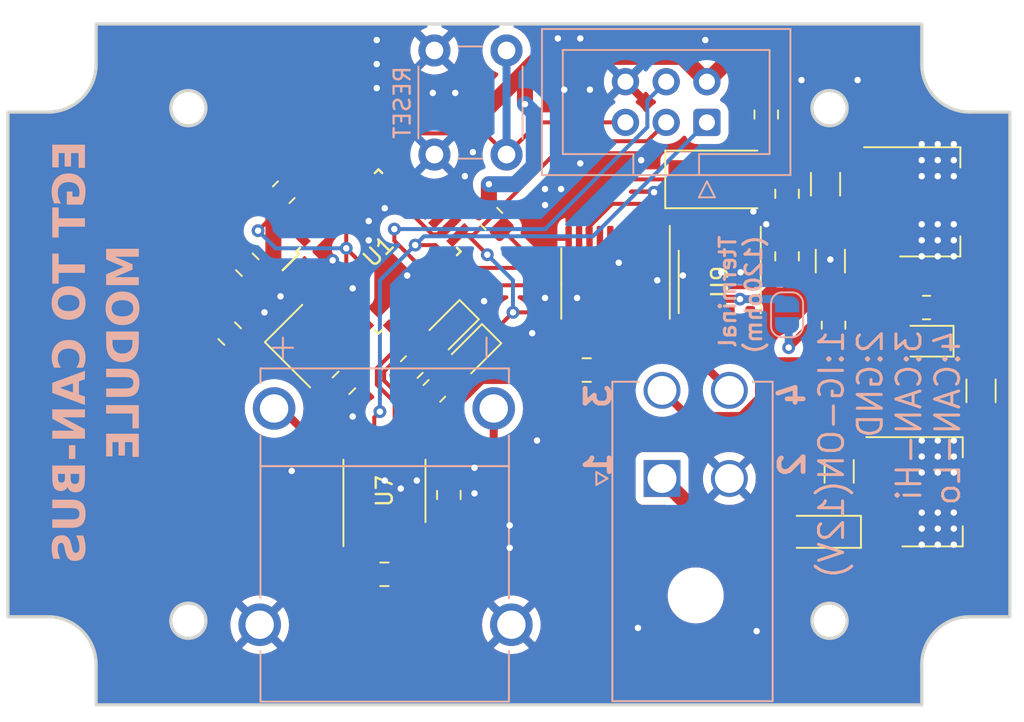
<source format=kicad_pcb>
(kicad_pcb (version 20221018) (generator pcbnew)
  (layers (0 "F.Cu" signal) (31 "B.Cu" signal) (34 "B.Paste" user) (35 "F.Paste" user) (36 "B.SilkS" user "B.Silkscreen") (37 "F.SilkS" user "F.Silkscreen") (38 "B.Mask" user) (39 "F.Mask" user) (44 "Edge.Cuts" user))
  (net 0 "")
  (net 1 "+5V")
  (net 2 "GND")
  (net 3 "+3.3V")
  (net 4 "Net-(J3-NEG)")
  (net 5 "Net-(J3-POS)")
  (net 6 "Net-(U2-OSC2)")
  (net 7 "Net-(U2-OSC1)")
  (net 8 "Net-(U1-XTAL1{slash}PB6)")
  (net 9 "Net-(U1-XTAL2{slash}PB7)")
  (net 10 "Net-(D1-A)")
  (net 11 "SCK")
  (net 12 "Net-(D2-A)")
  (net 13 "CS2")
  (net 14 "Net-(D4-A)")
  (net 15 "VCC")
  (net 16 "MISO")
  (net 17 "MOSI")
  (net 18 "RST")
  (net 19 "CANH")
  (net 20 "CANL")
  (net 21 "Net-(JP1-B)")
  (net 22 "Net-(U2-~{RESET})")
  (net 29 "CS1")
  (net 42 "Net-(U2-TXCAN)")
  (net 43 "Net-(U2-RXCAN)")
  (net 54 "Net-(D3-K)")
  (footprint "Diode_SMD:D_SOD-123" (layer "F.Cu") (at 191.35 83.2 180)
    (fp_text reference "D3" hide)
    (fp_text value "D_Schottky")
  )
  (footprint "Package_SO:TSSOP-20_4.4x6.5mm_P0.65mm" (layer "F.Cu") (at 178.4 67.7 -90)
    (fp_text reference "U2" hide)
    (fp_text value "MCP2515-I")
  )
  (footprint "Diode_SMD:D_SOD-323" (layer "F.Cu") (at 169.53137 71.968629 -135)
    (fp_text reference "D2" hide)
    (fp_text value "1N4148WS")
  )
  (footprint "Capacitor_SMD:C_1206_3216Metric" (layer "F.Cu") (at 192.35 79.425 90)
    (fp_text reference "C6" hide)
    (fp_text value "10uF")
  )
  (footprint "Package_TO_SOT_SMD:SOT-223-3_TabPin2" (layer "F.Cu") (at 198 62.6)
    (fp_text reference "U3" hide)
    (fp_text value "AMS1117-5.0")
  )
  (footprint "Capacitor_SMD:C_0805_2012Metric" (layer "F.Cu") (at 187.8 57.15 90)
    (fp_text reference "C10" hide)
    (fp_text value "22pF")
  )
  (footprint "Capacitor_SMD:C_0805_2012Metric" (layer "F.Cu") (at 163.983236 85.85)
    (fp_text reference "C8" hide)
    (fp_text value "0.1uF")
  )
  (footprint "Package_SO:SOIC-8_3.9x4.9mm_P1.27mm" (layer "F.Cu") (at 184.9 67.6 -90)
    (fp_text reference "U9")
    (fp_text value "TJA1044T")
  )
  (footprint "Diode_SMD:D_SOD-323" (layer "F.Cu") (at 168.13137 70.468629 -135)
    (fp_text reference "D4" hide)
    (fp_text value "1N4148WS")
  )
  (footprint "Resistor_SMD:R_0805_2012Metric" (layer "F.Cu") (at 192 70.3 90)
    (fp_text reference "R1" hide)
    (fp_text value "120")
  )
  (footprint "Capacitor_SMD:C_0805_2012Metric" (layer "F.Cu") (at 189.1 62.1 -90)
    (fp_text reference "C9" hide)
    (fp_text value "22pF")
  )
  (footprint "Resistor_SMD:R_0805_2012Metric" (layer "F.Cu") (at 165.686135 72.913864 45)
    (fp_text reference "R6" hide)
    (fp_text value "10k")
  )
  (footprint "Capacitor_SMD:C_0805_2012Metric" (layer "F.Cu") (at 155.428249 66.528249 135)
    (fp_text reference "C11" hide)
    (fp_text value "0.1uF")
  )
  (footprint "Resistor_SMD:R_0805_2012Metric" (layer "F.Cu") (at 197.8 69.2 180)
    (fp_text reference "R4" hide)
    (fp_text value "1k")
  )
  (footprint "Capacitor_SMD:C_1206_3216Metric" (layer "F.Cu") (at 191.5 61.5 90)
    (fp_text reference "C5" hide)
    (fp_text value "10uF")
  )
  (footprint "Capacitor_SMD:C_0805_2012Metric" (layer "F.Cu") (at 161.456498 73.9 -135)
    (fp_text reference "C13" hide)
    (fp_text value "22pF")
  )
  (footprint "Capacitor_SMD:C_1206_3216Metric" (layer "F.Cu") (at 201.2 74.4 90)
    (fp_text reference "C7" hide)
    (fp_text value "10uF")
  )
  (footprint "Package_SO:SOIC-8_3.9x4.9mm_P1.27mm" (layer "F.Cu") (at 163.983236 80.65 90)
    (fp_text reference "U7")
    (fp_text value "MAX31855KASA")
  )
  (footprint "Capacitor_SMD:C_1206_3216Metric" (layer "F.Cu") (at 191.8 66.3 -90)
    (fp_text reference "C4" hide)
    (fp_text value "10uF")
  )
  (footprint "Crystal:Crystal_SMD_5032-2Pin_5.0x3.2mm" (layer "F.Cu") (at 184.55 61.2)
    (fp_text reference "Y2" hide)
    (fp_text value "8MHz")
  )
  (footprint "Package_TO_SOT_SMD:SOT-223-3_TabPin2" (layer "F.Cu") (at 198.15 80.7)
    (fp_text reference "U5" hide)
    (fp_text value "AMS1117-3.3")
  )
  (footprint "Resistor_SMD:R_0805_2012Metric" (layer "F.Cu") (at 167.1 74.4 45)
    (fp_text reference "R2" hide)
    (fp_text value "10k")
  )
  (footprint "Resistor_SMD:R_0805_2012Metric" (layer "F.Cu") (at 157.7 62 45)
    (fp_text reference "R5" hide)
    (fp_text value "1k")
  )
  (footprint "Crystal:Crystal_SMD_3225-4Pin_3.2x2.5mm" (layer "F.Cu") (at 159.105026 71.607107 -45)
    (fp_text reference "Y3" hide)
    (fp_text value "16MHz")
  )
  (footprint "Package_QFP:TQFP-32_7x7mm_P0.8mm" (layer "F.Cu") (at 163.611953 65.7 45)
    (fp_text reference "U1")
    (fp_text value "ATmega328P-A")
  )
  (footprint "Capacitor_SMD:C_0805_2012Metric" (layer "F.Cu") (at 154.328249 70.828249 135)
    (fp_text reference "C12" hide)
    (fp_text value "22pF")
  )
  (footprint "Capacitor_SMD:C_0805_2012Metric" (layer "F.Cu") (at 168 80.9 -90)
    (fp_text reference "C3" hide)
    (fp_text value "0.1uF")
  )
  (footprint "Resistor_SMD:R_0805_2012Metric" (layer "F.Cu") (at 170.654765 63.654765 -45)
    (fp_text reference "R3" hide)
    (fp_text value "10k")
  )
  (footprint "Capacitor_SMD:C_0805_2012Metric" (layer "F.Cu") (at 189.1 66 -90)
    (fp_text reference "C2" hide)
    (fp_text value "0.1uF")
  )
  (footprint "Capacitor_SMD:C_0805_2012Metric" (layer "F.Cu") (at 176.6 73.1 180)
    (fp_text reference "C1" hide)
    (fp_text value "0.1uF")
  )
  (footprint "LED_SMD:LED_0805_2012Metric" (layer "F.Cu") (at 197.8 71.3 180)
    (fp_text reference "D1" hide)
    (fp_text value "LED")
  )
  (footprint "Yuya's_lib:MOLEX_39-30-1040" (layer "B.Cu") (at 181.3 79.87 180)
    (fp_text reference "J2" hide)
    (fp_text value "39-30-1040")
  )
  (footprint "Yuya's_lib:OMEGA_PCC-SMP-K-5" (layer "B.Cu") (at 164 83.4 -90)
    (fp_text reference "J3" hide)
    (fp_text value "PCC-SMP-K-5")
  )
  (footprint "Button_Switch_THT:SW_PUSH_6mm" (layer "B.Cu") (at 167.1 53.15 -90)
    (fp_text reference "RESET")
    (fp_text value "SW_Push")
  )
  (footprint "Connector_IDC:IDC-Header_2x03_P2.54mm_Vertical" (layer "B.Cu") (at 184.1 57.64 90)
    (fp_text reference "J1" hide)
    (fp_text value "AVR-ISP-6")
  )
  (footprint "Jumper:SolderJumper-2_P1.3mm_Open_RoundedPad1.0x1.5mm" (layer "B.Cu") (at 189.1 69.65 -90)
    (fp_text reference "JP1" hide)
    (fp_text value "SolderJumper")
  )
  (gr_line (start 200.500001 88.5) (end 203 88.5) (stroke (width 0.2)) (layer "Edge.Cuts"))
  (gr_line (start 197.5 53.999999) (end 197.5 51.5) (stroke (width 0.2)) (layer "Edge.Cuts"))
  (gr_line (start 140.5 57) (end 140.5 88.5) (stroke (width 0.2)) (layer "Edge.Cuts"))
  (gr_line (start 197.500001 94) (end 197.500001 91.5) (stroke (width 0.2)) (layer "Edge.Cuts"))
  (gr_arc (start 197.500001 91.5) (mid 198.378681 89.37868) (end 200.500001 88.5) (stroke (width 0.2)) (layer "Edge.Cuts"))
  (gr_circle (center 191.75 88.75) (end 192.85 88.75) (stroke (width 0.2)) (fill none) (layer "Edge.Cuts"))
  (gr_arc (start 200.5 56.999999) (mid 198.37868 56.121319) (end 197.5 53.999999) (stroke (width 0.2)) (layer "Edge.Cuts"))
  (gr_line (start 146 91.5) (end 146 94) (stroke (width 0.2)) (layer "Edge.Cuts"))
  (gr_line (start 203 88.5) (end 203 56.999999) (stroke (width 0.2)) (layer "Edge.Cuts"))
  (gr_line (start 146 51.5) (end 146 54) (stroke (width 0.2)) (layer "Edge.Cuts"))
  (gr_arc (start 143 88.5) (mid 145.12132 89.37868) (end 146 91.5) (stroke (width 0.2)) (layer "Edge.Cuts"))
  (gr_line (start 143 57) (end 140.5 57) (stroke (width 0.2)) (layer "Edge.Cuts"))
  (gr_line (start 203 56.999999) (end 200.5 56.999999) (stroke (width 0.2)) (layer "Edge.Cuts"))
  (gr_circle (center 151.75 88.75) (end 152.85 88.75) (stroke (width 0.2)) (fill none) (layer "Edge.Cuts"))
  (gr_line (start 197.5 51.5) (end 146 51.5) (stroke (width 0.2)) (layer "Edge.Cuts"))
  (gr_circle (center 191.75 56.75) (end 192.85 56.75) (stroke (width 0.2)) (fill none) (layer "Edge.Cuts"))
  (gr_circle (center 151.75 56.75) (end 152.85 56.75) (stroke (width 0.2)) (fill none) (layer "Edge.Cuts"))
  (gr_line (start 140.5 88.5) (end 143 88.5) (stroke (width 0.2)) (layer "Edge.Cuts"))
  (gr_line (start 146 94) (end 197.500001 94) (stroke (width 0.2)) (layer "Edge.Cuts"))
  (gr_arc (start 146 54) (mid 145.12132 56.12132) (end 143 57) (stroke (width 0.2)) (layer "Edge.Cuts"))
  (gr_text "Tterminal\n(120ohm)" (at 187.6 64.6 90) (layer "B.SilkS") (effects (font (size 1 1) (thickness 0.1875)) (justify left bottom mirror)))
  (gr_text "EGT TO CAN-BUS\nMODULE" (at 149 72 90) (layer "B.SilkS") (effects (font (size 2 2) (thickness 0.3) bold) (justify bottom mirror)))
  (gr_text "1" (at 178.2 78.1 90) (layer "B.SilkS") (effects (font (size 1.5 1.5) (thickness 0.3) bold) (justify left bottom mirror)))
  (gr_text "3" (at 178.2 73.83 90) (layer "B.SilkS") (effects (font (size 1.5 1.5) (thickness 0.3) bold) (justify left bottom mirror)))
  (gr_text "1:IG-ON(12V)\n2:GND\n3:CAN-Hi\n4:CAN-Lo" (at 200 70.5 90) (layer "B.SilkS") (effects (font (size 1.5 1.5) (thickness 0.1875)) (justify left bottom mirror)))
  (gr_text "2" (at 190.3 78.1 90) (layer "B.SilkS") (effects (font (size 1.5 1.5) (thickness 0.3) bold) (justify left bottom mirror)))
  (gr_text "4" (at 190.3 73.7 90) (layer "B.SilkS") (effects (font (size 1.5 1.5) (thickness 0.3) bold) (justify left bottom mirror)))
  (segment (start 160.323906 68.422361) (end 161.6 67.146267) (width 0.25) (layer "F.Cu") (net 1))
  (segment (start 161.6 65.5) (end 161.6 65.85) (width 0.25) (layer "F.Cu") (net 1))
  (segment (start 184.1 55.1) (end 182.55 53.55) (width 1) (layer "F.Cu") (net 1))
  (segment (start 201.15 62.6) (end 201.15 66.7625) (width 1) (layer "F.Cu") (net 1))
  (segment (start 162.725 68.525) (end 161.696268 69.553732) (width 0.25) (layer "F.Cu") (net 1))
  (segment (start 195.5 58.3) (end 196.3 57.5) (width 1) (layer "F.Cu") (net 1))
  (segment (start 160.220101 57.5) (end 156.7 61.020101) (width 1) (layer "F.Cu") (net 1))
  (segment (start 170.5 61.5) (end 170.5 62.51906) (width 1) (layer "F.Cu") (net 1))
  (segment (start 182.55 53.55) (end 173.65 53.55) (width 1) (layer "F.Cu") (net 1))
  (segment (start 168.03137 64.10901) (end 169.13085 63.00953) (width 0.25) (layer "F.Cu") (net 1))
  (segment (start 193.7 58.3) (end 195.5 58.3) (width 1) (layer "F.Cu") (net 1))
  (segment (start 169.7 57.5) (end 160.220101 57.5) (width 1) (layer "F.Cu") (net 1))
  (segment (start 167.511916 64.628464) (end 166.959833 64.628464) (width 0.25) (layer "F.Cu") (net 1))
  (segment (start 156.7 62.29047) (end 157.054765 62.645235) (width 1) (layer "F.Cu") (net 1))
  (segment (start 186.89693 67.928375) (end 183.128375 67.928375) (width 0.25) (layer "F.Cu") (net 1))
  (segment (start 181.325 70.5625) (end 181.325 69.731751) (width 0.25) (layer "F.Cu") (net 1))
  (segment (start 183.028376 68.028376) (end 184.265 66.791751) (width 0.25) (layer "F.Cu") (net 1))
  (segment (start 187.725 66.425) (end 187.725 67.100305) (width 0.25) (layer "F.Cu") (net 1))
  (segment (start 179.476041 73.1) (end 181.325 71.251041) (width 0.25) (layer "F.Cu") (net 1))
  (segment (start 161.696268 69.553732) (end 161.455277 69.553732) (width 0.25) (layer "F.Cu") (net 1))
  (segment (start 186 53.2) (end 184.1 55.1) (width 1) (layer "F.Cu") (net 1))
  (segment (start 161.6 65.5) (end 162.725 66.625) (width 0.25) (layer "F.Cu") (net 1))
  (segment (start 189.168503 65.05) (end 189.1 65.05) (width 1) (layer "F.Cu") (net 1))
  (segment (start 194.85 62.6) (end 201.15 62.6) (width 1) (layer "F.Cu") (net 1))
  (segment (start 187.725 67.100305) (end 186.89693 67.928375) (width 0.25) (layer "F.Cu") (net 1))
  (segment (start 191.5 62.975) (end 193.15 61.325) (width 1) (layer "F.Cu") (net 1))
  (segment (start 161.6 65.5) (end 161.6 63.7) (width 0.25) (layer "F.Cu") (net 1))
  (segment (start 161.6 63.7) (end 163.513565 61.786435) (width 0.25) (layer "F.Cu") (net 1))
  (segment (start 157.054765 66.245235) (end 157.054765 62.645235) (width 1) (layer "F.Cu") (net 1))
  (segment (start 196.3 57.5) (end 196.3 54.1) (width 1) (layer "F.Cu") (net 1))
  (segment (start 193.15 61.325) (end 193.15 58.85) (width 1) (layer "F.Cu") (net 1))
  (segment (start 194.85 62.6) (end 195.7 62.6) (width 1) (layer "F.Cu") (net 1))
  (segment (start 173.65 53.55) (end 172.75 54.45) (width 1) (layer "F.Cu") (net 1))
  (segment (start 181.325 71.251041) (end 181.325 70.5625) (width 0.25) (layer "F.Cu") (net 1))
  (segment (start 196.3 54.1) (end 195.4 53.2) (width 1) (layer "F.Cu") (net 1))
  (segment (start 177.55 73.1) (end 179.476041 73.1) (width 0.25) (layer "F.Cu") (net 1))
  (segment (start 194.475 62.975) (end 194.85 62.6) (width 1) (layer "F.Cu") (net 1))
  (segment (start 193.15 58.85) (end 193.7 58.3) (width 1) (layer "F.Cu") (net 1))
  (segment (start 201.15 66.7625) (end 198.7125 69.2) (width 1) (layer "F.Cu") (net 1))
  (segment (start 173.65 53.55) (end 169.7 57.5) (width 1) (layer "F.Cu") (net 1))
  (segment (start 170.5 62.51906) (end 170.00953 63.00953) (width 1) (layer "F.Cu") (net 1))
  (segment (start 172.75 54.45) (end 172.75 56.5) (width 1) (layer "F.Cu") (net 1))
  (segment (start 189.1 65.05) (end 187.725 66.425) (width 0.25) (layer "F.Cu") (net 1))
  (segment (start 166.959833 64.628464) (end 164.117803 61.786435) (width 0.25) (layer "F.Cu") (net 1))
  (segment (start 156.1 67.2) (end 157.054765 66.245235) (width 1) (layer "F.Cu") (net 1))
  (segment (start 161.6 67.146267) (end 161.6 65.5) (width 0.25) (layer "F.Cu") (net 1))
  (segment (start 195.4 53.2) (end 186 53.2) (width 1) (layer "F.Cu") (net 1))
  (segment (start 164.117803 61.786435) (end 163.513565 61.786435) (width 0.25) (layer "F.Cu") (net 1))
  (segment (start 157.054765 63.445235) (end 156.1 64.4) (width 0.25) (layer "F.Cu") (net 1))
  (segment (start 162.725 66.625) (end 162.725 68.525) (width 0.25) (layer "F.Cu") (net 1))
  (segment (start 169.13085 63.00953) (end 170.00953 63.00953) (width 0.25) (layer "F.Cu") (net 1))
  (segment (start 183.128375 67.928375) (end 183.028376 68.028376) (width 0.25) (layer "F.Cu") (net 1))
  (segment (start 181.325 69.731751) (end 183.028376 68.028376) (width 0.25) (layer "F.Cu") (net 1))
  (segment (start 156.7 61.020101) (end 156.7 62.29047) (width 1) (layer "F.Cu") (net 1))
  (segment (start 168.03137 64.10901) (end 167.511916 64.628464) (width 0.25) (layer "F.Cu") (net 1))
  (segment (start 191.243503 62.975) (end 189.168503 65.05) (width 1) (layer "F.Cu") (net 1))
  (segment (start 184.265 66.791751) (end 184.265 65.125) (width 0.25) (layer "F.Cu") (net 1))
  (segment (start 191.5 62.975) (end 191.243503 62.975) (width 1) (layer "F.Cu") (net 1))
  (segment (start 157.054765 62.645235) (end 157.054765 63.445235) (width 0.25) (layer "F.Cu") (net 1))
  (segment (start 191.5 62.975) (end 194.475 62.975) (width 1) (layer "F.Cu") (net 1))
  (via (at 156.1 64.4) (size 0.8) (drill 0.4) (layers "F.Cu" "B.Cu") (net 1))
  (via (at 161.6 65.5) (size 0.8) (drill 0.4) (layers "F.Cu" "B.Cu") (net 1))
  (via (at 170.5 61.5) (size 0.8) (drill 0.4) (layers "F.Cu" "B.Cu") (net 1))
  (via (at 172.75 56.5) (size 0.8) (drill 0.4) (layers "F.Cu" "B.Cu") (net 1))
  (segment (start 173.3 57.05) (end 173.3 60.354164) (width 1) (layer "B.Cu") (net 1))
  (segment (start 157.2 65.5) (end 156.1 64.4) (width 0.25) (layer "B.Cu") (net 1))
  (segment (start 172.154164 61.5) (end 170.5 61.5) (width 1) (layer "B.Cu") (net 1))
  (segment (start 173.3 60.354164) (end 172.154164 61.5) (width 1) (layer "B.Cu") (net 1))
  (segment (start 161.6 65.5) (end 157.2 65.5) (width 0.25) (layer "B.Cu") (net 1))
  (segment (start 172.75 56.5) (end 173.3 57.05) (width 1) (layer "B.Cu") (net 1))
  (segment (start 167.246267 61.5) (end 166.334314 62.411953) (width 0.5) (layer "F.Cu") (net 2))
  (segment (start 159.113767 68.50113) (end 157.50113 68.50113) (width 0.5) (layer "F.Cu") (net 2))
  (segment (start 169 61) (end 168.5 61.5) (width 0.5) (layer "F.Cu") (net 2))
  (segment (start 159.758221 67.856676) (end 159.113767 68.50113) (width 0.5) (layer "F.Cu") (net 2))
  (segment (start 157.50113 68.50113) (end 157.5 68.5) (width 0.5) (layer "F.Cu") (net 2))
  (segment (start 160.889592 68.988047) (end 159.64939 70.228249) (width 0.5) (layer "F.Cu") (net 2))
  (segment (start 159.64939 70.228249) (end 158.928249 70.228249) (width 0.5) (layer "F.Cu") (net 2))
  (segment (start 158.928249 70.228249) (end 158.928249 69.928249) (width 0.5) (layer "F.Cu") (net 2))
  (segment (start 158.928249 69.928249) (end 157.5 68.5) (width 0.5) (layer "F.Cu") (net 2))
  (segment (start 168.5 61.5) (end 167.246267 61.5) (width 0.5) (layer "F.Cu") (net 2))
  (via (at 174.8 52.4) (size 0.8) (drill 0.4) (layers "F.Cu" "B.Cu") (net 2))
  (via (at 176.2 52.4) (size 0.8) (drill 0.4) (layers "F.Cu" "B.Cu") (net 2))
  (via (at 178.6 66.4) (size 0.8) (drill 0.4) (layers "F.Cu" "B.Cu") (net 2))
  (via (at 171.8 82.8) (size 0.8) (drill 0.4) (layers "F.Cu" "B.Cu") (net 2))
  (via (at 169.5 59.5) (size 0.8) (drill 0.4) (layers "F.Cu" "B.Cu") (net 2))
  (via (at 187.2 89.4) (size 0.8) (drill 0.4) (layers "F.Cu" "B.Cu") (net 2))
  (via (at 198.5 59) (size 0.8) (drill 0.4) (layers "F.Cu" "B.Cu") (net 2))
  (via (at 180.8 62) (size 0.8) (drill 0.4) (layers "F.Cu" "B.Cu") (net 2))
  (via (at 198.5 77.5) (size 0.8) (drill 0.4) (layers "F.Cu" "B.Cu") (net 2))
  (via (at 199.5 83) (size 0.8) (drill 0.4) (layers "F.Cu" "B.Cu") (net 2))
  (via (at 199.5 61) (size 0.8) (drill 0.4) (layers "F.Cu" "B.Cu") (net 2))
  (via (at 198.5 64) (size 0.8) (drill 0.4) (layers "F.Cu" "B.Cu") (net 2))
  (via (at 176.8 55.6) (size 0.8) (drill 0.4) (layers "F.Cu" "B.Cu") (net 2))
  (via (at 198.5 82) (size 0.8) (drill 0.4) (layers "F.Cu" "B.Cu") (net 2))
  (via (at 199.5 60) (size 0.8) (drill 0.4) (layers "F.Cu" "B.Cu") (net 2))
  (via (at 198.5 79.5) (size 0.8) (drill 0.4) (layers "F.Cu" "B.Cu") (net 2))
  (via (at 169.6 80.8) (size 0.8) (drill 0.4) (layers "F.Cu" "B.Cu") (net 2))
  (via (at 182.6 67.2) (size 0.8) (drill 0.4) (layers "F.Cu" "B.Cu") (net 2))
  (via (at 169.6 79.2) (size 0.8) (drill 0.4) (layers "F.Cu" "B.Cu") (net 2))
  (via (at 162 76) (size 0.8) (drill 0.4) (layers "F.Cu" "B.Cu") (net 2))
  (via (at 197.5 78.5) (size 0.8) (drill 0.4) (layers "F.Cu" "B.Cu") (net 2))
  (via (at 163 65) (size 0.8) (drill 0.4) (layers "F.Cu" "B.Cu") (net 2))
  (via (at 199.5 66) (size 0.8) (drill 0.4) (layers "F.Cu" "B.Cu") (net 2))
  (via (at 197.5 61) (size 0.8) (drill 0.4) (layers "F.Cu" "B.Cu") (net 2))
  (via (at 181 67.5) (size 0.8) (drill 0.4) (layers "F.Cu" "B.Cu") (net 2))
  (via (at 175.2 55.6) (size 0.8) (drill 0.4) (layers "F.Cu" "B.Cu") (net 2))
  (via (at 163 63.8) (size 0.8) (drill 0.4) (layers "F.Cu" "B.Cu") (net 2))
  (via (at 199.5 64) (size 0.8) (drill 0.4) (layers "F.Cu" "B.Cu") (net 2))
  (via (at 168.4 55.8) (size 0.8) (drill 0.4) (layers "F.Cu" "B.Cu") (net 2))
  (via (at 170.2 68.8) (size 0.8) (drill 0.4) (layers "F.Cu" "B.Cu") (net 2))
  (via (at 164 80) (size 0.8) (drill 0.4) (layers "F.Cu" "B.Cu") (net 2))
  (via (at 198.5 66) (size 0.8) (drill 0.4) (layers "F.Cu" "B.Cu") (net 2))
  (via (at 157.5 68.5) (size 0.8) (drill 0.4) (layers "F.Cu" "B.Cu") (net 2))
  (via (at 187.8 64) (size 0.8) (drill 0.4) (layers "F.Cu" "B.Cu") (net 2))
  (via (at 191.8 66.2) (size 0.8) (drill 0.4) (layers "F.Cu" "B.Cu") (net 2))
  (via (at 162 68) (size 0.8) (drill 0.4) (layers "F.Cu" "B.Cu") (net 2))
  (via (at 198.5 84) (size 0.8) (drill 0.4) (layers "F.Cu" "B.Cu") (net 2))
  (via (at 199.5 79.5) (size 0.8) (drill 0.4) (layers "F.Cu" "B.Cu") (net 2))
  (via (at 186.2 67) (size 0.8) (drill 0.4) (layers "F.Cu" "B.Cu") (net 2))
  (via (at 197.5 79.5) (size 0.8) (drill 0.4) (layers "F.Cu" "B.Cu") (net 2))
  (via (at 163.5 55.5) (size 0.8) (drill 0.4) (layers "F.Cu" "B.Cu") (net 2))
  (via (at 197.5 65) (size 0.8) (drill 0.4) (layers "F.Cu" "B.Cu") (net 2))
  (via (at 156.5 69.5) (size 0.8) (drill 0.4) (layers "F.Cu" "B.Cu") (net 2))
  (via (at 165 80.5) (size 0.8) (drill 0.4) (layers "F.Cu" "B.Cu") (net 2))
  (via (at 198.5 60) (size 0.8) (drill 0.4) (layers "F.Cu" "B.Cu") (net 2))
  (via (at 198.5 83) (size 0.8) (drill 0.4) (layers "F.Cu" "B.Cu") (net 2))
  (via (at 158.2 79.4) (size 0.8) (drill 0.4) (layers "F.Cu" "B.Cu") (net 2))
  (via (at 163.5 54) (size 0.8) (drill 0.4) (layers "F.Cu" "B.Cu") (net 2))
  (via (at 197.5 82) (size 0.8) (drill 0.4) (layers "F.Cu" "B.Cu") (net 2))
  (via (at 198.5 61) (size 0.8) (drill 0.4) (layers "F.Cu" "B.Cu") (net 2))
  (via (at 166 80) (size 0.8) (drill 0.4) (layers "F.Cu" "B.Cu") (net 2))
  (via (at 197.5 64) (size 0.8) (drill 0.4) (layers "F.Cu" "B.Cu") (net 2))
  (via (at 173.5 77.5) (size 0.8) (drill 0.4) (layers "F.Cu" "B.Cu") (net 2))
  (via (at 187 63.2) (size 0.8) (drill 0.4) (layers "F.Cu" "B.Cu") (net 2))
  (via (at 179.8 89.2) (size 0.8) (drill 0.4) (layers "F.Cu" "B.Cu") (net 2))
  (via (at 197.5 60) (size 0.8) (drill 0.4) (layers "F.Cu" "B.Cu") (net 2))
  (via (at 176.2 60.2) (size 0.8) (drill 0.4) (layers "F.Cu" "B.Cu") (net 2))
  (via (at 171.8 84.2) (size 0.8) (drill 0.4) (layers "F.Cu" "B.Cu") (net 2))
  (via (at 174 61.8) (size 0.8) (drill 0.4) (layers "F.Cu" "B.Cu") (net 2))
  (via (at 199.5 77.5) (size 0.8) (drill 0.4) (layers "F.Cu" "B.Cu") (net 2))
  (via (at 199.5 82) (size 0.8) (drill 0.4) (layers "F.Cu" "B.Cu") (net 2))
  (via (at 193.5 55) (size 0.8) (drill 0.4) (layers "F.Cu" "B.Cu") (net 2))
  (via (at 197.5 59) (size 0.8) (drill 0.4) (layers "F.Cu" "B.Cu") (net 2))
  (via (at 184 52.5) (size 0.8) (drill 0.4) (layers "F.Cu" "B.Cu") (net 2))
  (via (at 173.2 70.8) (size 0.8) (drill 0.4) (layers "F.Cu" "B.Cu") (net 2))
  (via (at 190 55) (size 0.8) (drill 0.4) (layers "F.Cu" "B.Cu") (net 2))
  (via (at 197.5 77.5) (size 0.8) (drill 0.4) (layers "F.Cu" "B.Cu") (net 2))
  (via (at 163.5 52.5) (size 0.8) (drill 0.4) (layers "F.Cu" "B.Cu") (net 2))
  (via (at 176 68.6) (size 0.8) (drill 0.4) (layers "F.Cu" "B.Cu") (net 2))
  (via (at 165.4 67.2) (size 0.8) (drill 0.4) (layers "F.Cu" "B.Cu") (net 2))
  (via (at 164 63) (size 0.8) (drill 0.4) (layers "F.Cu" "B.Cu") (net 2))
  (via (at 199.5 84) (size 0.8) (drill 0.4) (layers "F.Cu" "B.Cu") (net 2))
  (via (at 198.5 78.5) (size 0.8) (drill 0.4) (layers "F.Cu" "B.Cu") (net 2))
  (via (at 175 61.8) (size 0.8) (drill 0.4) (layers "F.Cu" "B.Cu") (net 2))
  (via (at 160.75 66.25) (size 0.8) (drill 0.4) (layers "F.Cu" "B.Cu") (net 2))
  (via (at 185 67) (size 0.8) (drill 0.4) (layers "F.Cu" "B.Cu") (net 2))
  (via (at 174 62.8) (size 0.8) (drill 0.4) (layers "F.Cu" "B.Cu") (net 2))
  (via (at 197.5 83) (size 0.8) (drill 0.4) (layers "F.Cu" "B.Cu") (net 2))
  (via (at 197.5 84) (size 0.8) (drill 0.4) (layers "F.Cu" "B.Cu") (net 2))
  (via (at 169 61) (size 0.8) (drill 0.4) (layers "F.Cu" "B.Cu") (net 2))
  (via (at 199.5 78.5) (size 0.8) (drill 0.4) (layers "F.Cu" "B.Cu") (net 2))
  (via (at 197.5 66) (size 0.8) (drill 0.4) (layers "F.Cu" "B.Cu") (net 2))
  (via (at 174 68.6) (size 0.8) (drill 0.4) (layers "F.Cu" "B.Cu") (net 2))
  (via (at 198.5 65) (size 0.8) (drill 0.4) (layers "F.Cu" "B.Cu") (net 2))
  (via (at 199.5 65) (size 0.8) (drill 0.4) (layers "F.Cu" "B.Cu") (net 2))
  (via (at 180 60) (size 0.8) (drill 0.4) (layers "F.Cu" "B.Cu") (net 2))
  (via (at 199.5 59) (size 0.8) (drill 0.4) (layers "F.Cu" "B.Cu") (net 2))
  (via (at 167 55.8) (size 0.8) (drill 0.4) (layers "F.Cu" "B.Cu") (net 2))
  (segment (start 193.4 90.8) (end 198.3 85.9) (width 0.5) (layer "F.Cu") (net 3))
  (segment (start 195.25 80.7) (end 195 80.7) (width 0.5) (layer "F.Cu") (net 3))
  (segment (start 165.0409 73.559099) (end 165.0409 73.63137) (width 0.5) (layer "F.Cu") (net 3))
  (segment (start 175.4 86.4) (end 179.8 90.8) (width 0.5) (layer "F.Cu") (net 3))
  (segment (start 166.454765 75.045235) (end 168 76.59047) (width 0.5) (layer "F.Cu") (net 3))
  (segment (start 201.2 80.6) (end 201.3 80.7) (width 1) (layer "F.Cu") (net 3))
  (segment (start 175.4 75.8) (end 175.4 86.4) (width 0.5) (layer "F.Cu") (net 3))
  (segment (start 170.063735 73.7225) (end 173.3225 73.7225) (width 0.5) (layer "F.Cu") (net 3))
  (segment (start 166.454765 75.045235) (end 168.741 75.045235) (width 0.5) (layer "F.Cu") (net 3))
  (segment (start 179.8 90.8) (end 193.4 90.8) (width 0.5) (layer "F.Cu") (net 3))
  (segment (start 198.3 85.9) (end 199.9 85.9) (width 0.5) (layer "F.Cu") (net 3))
  (segment (start 199.9 85.9) (end 201.3 84.5) (width 0.5) (layer "F.Cu") (net 3))
  (segment (start 168 79.95) (end 165.888236 82.061764) (width 0.5) (layer "F.Cu") (net 3))
  (segment (start 168.741 75.045235) (end 170.063735 73.7225) (width 0.5) (layer "F.Cu") (net 3))
  (segment (start 165.888236 82.061764) (end 165.888236 83.125) (width 0.5) (layer "F.Cu") (net 3))
  (segment (start 168 76.59047) (end 168 79.95) (width 0.5) (layer "F.Cu") (net 3))
  (segment (start 173.3225 73.7225) (end 175.4 75.8) (width 0.5) (layer "F.Cu") (net 3))
  (segment (start 201.2 75.875) (end 201.2 80.6) (width 1) (layer "F.Cu") (net 3))
  (segment (start 165.0409 73.63137) (end 166.454765 75.045235) (width 0.5) (layer "F.Cu") (net 3))
  (segment (start 201.3 80.7) (end 195 80.7) (width 1) (layer "F.Cu") (net 3))
  (segment (start 194.75 80.7) (end 195 80.7) (width 0.5) (layer "F.Cu") (net 3))
  (segment (start 201.3 84.5) (end 201.3 80.7) (width 0.5) (layer "F.Cu") (net 3))
  (segment (start 164.393287 87.025) (end 165.475 87.025) (width 0.5) (layer "F.Cu") (net 4))
  (segment (start 163.348236 85.535) (end 163.033236 85.85) (width 0.5) (layer "F.Cu") (net 4))
  (segment (start 170.8 81.7) (end 170.8 75.5) (width 0.5) (layer "F.Cu") (net 4))
  (segment (start 163.033236 85.85) (end 163.218287 85.85) (width 0.5) (layer "F.Cu") (net 4))
  (segment (start 163.348236 83.125) (end 163.348236 85.535) (width 0.5) (layer "F.Cu") (net 4))
  (segment (start 165.475 87.025) (end 170.8 81.7) (width 0.5) (layer "F.Cu") (net 4))
  (segment (start 163.218287 85.85) (end 164.393287 87.025) (width 0.5) (layer "F.Cu") (net 4))
  (segment (start 164.618236 85.535) (end 164.933236 85.85) (width 0.5) (layer "F.Cu") (net 5))
  (segment (start 157.1 75.5) (end 157.546764 75.5) (width 0.5) (layer "F.Cu") (net 5))
  (segment (start 164.618236 82.571472) (end 164.618236 83.125) (width 0.5) (layer "F.Cu") (net 5))
  (segment (start 164.618236 83.125) (end 164.618236 85.535) (width 0.5) (layer "F.Cu") (net 5))
  (segment (start 157.546764 75.5) (end 164.618236 82.571472) (width 0.5) (layer "F.Cu") (net 5))
  (segment (start 184.875 62.725) (end 186.4 61.2) (width 0.25) (layer "F.Cu") (net 6))
  (segment (start 189.05 61.2) (end 189.1 61.15) (width 0.5) (layer "F.Cu") (net 6))
  (segment (start 178.185355 62.725) (end 184.875 62.725) (width 0.25) (layer "F.Cu") (net 6))
  (segment (start 176.65 64.260355) (end 178.185355 62.725) (width 0.25) (layer "F.Cu") (net 6))
  (segment (start 176.775 64.8375) (end 176.65 64.7125) (width 0.25) (layer "F.Cu") (net 6))
  (segment (start 176.65 64.7125) (end 176.65 64.260355) (width 0.25) (layer "F.Cu") (net 6))
  (segment (start 186.4 61.2) (end 189.05 61.2) (width 0.5) (layer "F.Cu") (net 6))
  (segment (start 179.073959 61.2) (end 182.7 61.2) (width 0.25) (layer "F.Cu") (net 7))
  (segment (start 186.35 59.55) (end 187.8 58.1) (width 0.5) (layer "F.Cu") (net 7))
  (segment (start 184.35 59.55) (end 186.35 59.55) (width 0.5) (layer "F.Cu") (net 7))
  (segment (start 176.125 64.148959) (end 179.073959 61.2) (width 0.25) (layer "F.Cu") (net 7))
  (segment (start 182.7 61.2) (end 184.35 59.55) (width 0.5) (layer "F.Cu") (net 7))
  (segment (start 176.125 64.8375) (end 176.125 64.148959) (width 0.25) (layer "F.Cu") (net 7))
  (segment (start 160.278553 70.539645) (end 160.839645 70.539645) (width 0.25) (layer "F.Cu") (net 8))
  (segment (start 160.938872 70.638872) (end 161.501508 70.638872) (width 0.25) (layer "F.Cu") (net 8))
  (segment (start 155 71.5) (end 157.656498 71.5) (width 0.5) (layer "F.Cu") (net 8))
  (segment (start 161.501508 70.638872) (end 162.020963 70.119417) (width 0.25) (layer "F.Cu") (net 8))
  (segment (start 158.892893 71.925305) (end 160.278553 70.539645) (width 0.25) (layer "F.Cu") (net 8))
  (segment (start 158.221143 71.925305) (end 158.892893 71.925305) (width 0.25) (layer "F.Cu") (net 8))
  (segment (start 160.839645 70.539645) (end 160.938872 70.638872) (width 0.25) (layer "F.Cu") (net 8))
  (segment (start 157.656498 71.5) (end 157.726168 71.43033) (width 0.5) (layer "F.Cu") (net 8))
  (segment (start 157.726168 71.43033) (end 158.221143 71.925305) (width 0.25) (layer "F.Cu") (net 8))
  (segment (start 160.683884 71.783884) (end 162.128249 73.228249) (width 0.25) (layer "F.Cu") (net 9))
  (segment (start 161.487867 71.783884) (end 162.586648 70.685103) (width 0.25) (layer "F.Cu") (net 9))
  (segment (start 160.483884 71.783884) (end 160.683884 71.783884) (width 0.25) (layer "F.Cu") (net 9))
  (segment (start 160.483884 71.783884) (end 161.487867 71.783884) (width 0.25) (layer "F.Cu") (net 9))
  (segment (start 196.8875 71.275) (end 196.8625 71.3) (width 0.5) (layer "F.Cu") (net 10))
  (segment (start 196.8875 69.2) (end 196.8875 71.275) (width 0.5) (layer "F.Cu") (net 10))
  (segment (start 177.425 69.825) (end 177.425 70.5625) (width 0.25) (layer "F.Cu") (net 11))
  (segment (start 169 64.674695) (end 169.174695 64.674695) (width 0.25) (layer "F.Cu") (net 11))
  (segment (start 177.1 69.5) (end 177.425 69.825) (width 0.25) (layer "F.Cu") (net 11))
  (segment (start 170.273832 71.226167) (end 171.999999 69.5) (width 0.25) (layer "F.Cu") (net 11))
  (segment (start 180.385 58.815) (end 175.388463 58.815) (width 0.25) (layer "F.Cu") (net 11))
  (segment (start 169.174695 64.674695) (end 170.4 65.9) (width 0.25) (layer "F.Cu") (net 11))
  (segment (start 175.388463 58.815) (end 169.528768 64.674695) (width 0.25) (layer "F.Cu") (net 11))
  (segment (start 169.528768 64.674695) (end 169 64.674695) (width 0.25) (layer "F.Cu") (net 11))
  (segment (start 168.597056 64.674695) (end 169 64.674695) (width 0.25) (layer "F.Cu") (net 11))
  (segment (start 171.999999 69.5) (end 177.1 69.5) (width 0.25) (layer "F.Cu") (net 11))
  (segment (start 181.56 57.64) (end 180.385 58.815) (width 0.25) (layer "F.Cu") (net 11))
  (via (at 171.999999 69.5) (size 0.8) (drill 0.4) (layers "F.Cu" "B.Cu") (net 11))
  (via (at 170.4 65.9) (size 0.8) (drill 0.4) (layers "F.Cu" "B.Cu") (net 11))
  (segment (start 171.999999 67.499999) (end 171.999999 69.5) (width 0.25) (layer "B.Cu") (net 11))
  (segment (start 170.4 65.9) (end 171.999999 67.499999) (width 0.25) (layer "B.Cu") (net 11))
  (segment (start 167.745235 73.754765) (end 166.633103 73.754765) (width 0.25) (layer "F.Cu") (net 12))
  (segment (start 165.358623 72.480285) (end 164.670145 72.480285) (width 0.25) (layer "F.Cu") (net 12))
  (segment (start 165.888236 75.688236) (end 165.888236 78.175) (width 0.25) (layer "F.Cu") (net 12))
  (segment (start 167.745235 73.754765) (end 167.745235 73.754764) (width 0.25) (layer "F.Cu") (net 12))
  (segment (start 163.962086 73.762086) (end 165.888236 75.688236) (width 0.25) (layer "F.Cu") (net 12))
  (segment (start 163.962086 73.188344) (end 163.962086 73.762086) (width 0.25) (layer "F.Cu") (net 12))
  (segment (start 164.670145 72.480285) (end 163.962086 73.188344) (width 0.25) (layer "F.Cu") (net 12))
  (segment (start 166.633103 73.754765) (end 165.358623 72.480285) (width 0.25) (layer "F.Cu") (net 12))
  (segment (start 167.745235 73.754764) (end 168.788908 72.711091) (width 0.25) (layer "F.Cu") (net 12))
  (segment (start 168.873832 69.264823) (end 167.465685 67.856676) (width 0.25) (layer "F.Cu") (net 13))
  (segment (start 168.873832 69.726167) (end 168.873832 69.264823) (width 0.25) (layer "F.Cu") (net 13))
  (segment (start 166.33137 72.268629) (end 167.388908 71.211091) (width 0.25) (layer "F.Cu") (net 14))
  (segment (start 164.618236 75.118236) (end 164.618236 78.175) (width 0.25) (layer "F.Cu") (net 14))
  (segment (start 164.469715 72.030285) (end 163.512086 72.987914) (width 0.25) (layer "F.Cu") (net 14))
  (segment (start 163.512086 72.987914) (end 163.512086 74.012086) (width 0.25) (layer "F.Cu") (net 14))
  (segment (start 166.33137 72.268629) (end 166.093026 72.030285) (width 0.25) (layer "F.Cu") (net 14))
  (segment (start 163.512086 74.012086) (end 164.618236 75.118236) (width 0.25) (layer "F.Cu") (net 14))
  (segment (start 166.093026 72.030285) (end 164.469715 72.030285) (width 0.25) (layer "F.Cu") (net 14))
  (segment (start 181.3 79.87) (end 184.63 83.2) (width 1) (layer "F.Cu") (net 15))
  (segment (start 184.63 83.2) (end 189.7 83.2) (width 1) (layer "F.Cu") (net 15))
  (segment (start 163.348236 78.175) (end 163.348236 76.051764) (width 0.25) (layer "F.Cu") (net 16))
  (segment (start 167.171751 65.3) (end 168.597056 66.725305) (width 0.25) (layer "F.Cu") (net 16))
  (segment (start 168.597056 66.725305) (end 176.226346 66.725305) (width 0.25) (layer "F.Cu") (net 16))
  (segment (start 163.348236 76.051764) (end 163.7 75.7) (width 0.25) (layer "F.Cu") (net 16))
  (segment (start 165.9 65.3) (end 167.171751 65.3) (width 0.25) (layer "F.Cu") (net 16))
  (segment (start 176.226346 66.725305) (end 179.375 69.873959) (width 0.25) (layer "F.Cu") (net 16))
  (segment (start 179.375 69.873959) (end 179.375 70.5625) (width 0.25) (layer "F.Cu") (net 16))
  (via (at 163.7 75.7) (size 0.8) (drill 0.4) (layers "F.Cu" "B.Cu") (net 16))
  (via (at 165.9 65.3) (size 0.8) (drill 0.4) (layers "F.Cu" "B.Cu") (net 16))
  (segment (start 176.99 64.75) (end 166.45 64.75) (width 0.25) (layer "B.Cu") (net 16))
  (segment (start 163.7 75.7) (end 163.7 67.5) (width 0.25) (layer "B.Cu") (net 16))
  (segment (start 163.7 67.5) (end 165.9 65.3) (width 0.25) (layer "B.Cu") (net 16))
  (segment (start 166.45 64.75) (end 165.9 65.3) (width 0.25) (layer "B.Cu") (net 16))
  (segment (start 184.1 57.64) (end 176.99 64.75) (width 0.25) (layer "B.Cu") (net 16))
  (segment (start 176.67509 67.810445) (end 178.725 69.860355) (width 0.25) (layer "F.Cu") (net 17))
  (segment (start 168.03137 67.29099) (end 168.550825 67.810445) (width 0.25) (layer "F.Cu") (net 17))
  (segment (start 164.6 64.3) (end 164.6 65.025305) (width 0.25) (layer "F.Cu") (net 17))
  (segment (start 168.550825 67.810445) (end 176.67509 67.810445) (width 0.25) (layer "F.Cu") (net 17))
  (segment (start 167.34038 66.6) (end 168.03137 67.29099) (width 0.25) (layer "F.Cu") (net 17))
  (segment (start 166.174695 66.6) (end 167.34038 66.6) (width 0.25) (layer "F.Cu") (net 17))
  (segment (start 164.6 65.025305) (end 166.174695 66.6) (width 0.25) (layer "F.Cu") (net 17))
  (segment (start 178.725 69.860355) (end 178.725 70.5625) (width 0.25) (layer "F.Cu") (net 17))
  (via (at 164.6 64.3) (size 0.8) (drill 0.4) (layers "F.Cu" "B.Cu") (net 17))
  (segment (start 180.385 57.936701) (end 174.021701 64.3) (width 0.25) (layer "B.Cu") (net 17))
  (segment (start 174.021701 64.3) (end 164.6 64.3) (width 0.25) (layer "B.Cu") (net 17))
  (segment (start 181.56 55.1) (end 180.385 56.275) (width 0.25) (layer "B.Cu") (net 17))
  (segment (start 180.385 56.275) (end 180.385 57.936701) (width 0.25) (layer "B.Cu") (net 17))
  (segment (start 158.701032 61.354765) (end 160.323906 62.977639) (width 0.25) (layer "F.Cu") (net 18))
  (segment (start 170.275 58.325) (end 171.6 59.65) (width 0.25) (layer "F.Cu") (net 18))
  (segment (start 158.345235 61.354765) (end 161.375 58.325) (width 0.25) (layer "F.Cu") (net 18))
  (segment (start 173.61 57.64) (end 171.6 59.65) (width 0.25) (layer "F.Cu") (net 18))
  (segment (start 161.375 58.325) (end 170.275 58.325) (width 0.25) (layer "F.Cu") (net 18))
  (segment (start 158.345235 61.354765) (end 158.701032 61.354765) (width 0.25) (layer "F.Cu") (net 18))
  (segment (start 179.02 57.64) (end 173.61 57.64) (width 0.25) (layer "F.Cu") (net 18))
  (segment (start 171.6 53.15) (end 171.6 59.65) (width 0.5) (layer "B.Cu") (net 18))
  (segment (start 187.35 72.55) (end 187.1 72.3) (width 0.5) (layer "F.Cu") (net 19))
  (segment (start 190.6625 72.55) (end 187.35 72.55) (width 0.5) (layer "F.Cu") (net 19))
  (segment (start 186.23 75.97) (end 187.35 74.85) (width 0.5) (layer "F.Cu") (net 19))
  (segment (start 187.35 74.85) (end 187.35 72.55) (width 0.5) (layer "F.Cu") (net 19))
  (segment (start 182.9 75.97) (end 186.23 75.97) (width 0.5) (layer "F.Cu") (net 19))
  (segment (start 187.1 72.3) (end 185.535 70.735) (width 0.5) (layer "F.Cu") (net 19))
  (segment (start 192 71.2125) (end 190.6625 72.55) (width 0.5) (layer "F.Cu") (net 19))
  (segment (start 185.535 70.735) (end 185.535 70.075) (width 0.5) (layer "F.Cu") (net 19))
  (segment (start 181.3 74.37) (end 182.9 75.97) (width 0.5) (layer "F.Cu") (net 19))
  (segment (start 186.140372 68.65) (end 186.163462 68.67309) (width 0.5) (layer "F.Cu") (net 20))
  (segment (start 184.265 73.135) (end 185.5 74.37) (width 0.5) (layer "F.Cu") (net 20))
  (segment (start 184.265 69.47) (end 185.085 68.65) (width 0.5) (layer "F.Cu") (net 20))
  (segment (start 184.265 70.075) (end 184.265 69.47) (width 0.5) (layer "F.Cu") (net 20))
  (segment (start 185.085 68.65) (end 186.140372 68.65) (width 0.5) (layer "F.Cu") (net 20))
  (segment (start 184.265 70.075) (end 184.265 73.135) (width 0.5) (layer "F.Cu") (net 20))
  (via (at 186.163462 68.67309) (size 0.8) (drill 0.4) (layers "F.Cu" "B.Cu") (net 20))
  (segment (start 186.163462 68.67309) (end 188.77309 68.67309) (width 0.5) (layer "B.Cu") (net 20))
  (segment (start 188.77309 68.67309) (end 189.1 69) (width 0.5) (layer "B.Cu") (net 20))
  (segment (start 191.5125 69.3875) (end 189.2 71.7) (width 0.5) (layer "F.Cu") (net 21))
  (segment (start 192 69.3875) (end 191.5125 69.3875) (width 0.5) (layer "F.Cu") (net 21))
  (via (at 189.2 71.7) (size 0.8) (drill 0.4) (layers "F.Cu" "B.Cu") (net 21))
  (segment (start 189.2 71.7) (end 189.2 70.4) (width 0.5) (layer "B.Cu") (net 21))
  (segment (start 189.2 70.4) (end 189.1 70.3) (width 0.5) (layer "B.Cu") (net 21))
  (segment (start 180.675 69.775) (end 180.675 70.5625) (width 0.25) (layer "F.Cu") (net 22))
  (segment (start 173.275305 66.275305) (end 177.175305 66.275305) (width 0.25) (layer "F.Cu") (net 22))
  (segment (start 171.3 64.3) (end 173.275305 66.275305) (width 0.25) (layer "F.Cu") (net 22))
  (segment (start 177.175305 66.275305) (end 180.675 69.775) (width 0.25) (layer "F.Cu") (net 22))
  (segment (start 179.400243 71.875798) (end 169.975798 71.875798) (width 0.25) (layer "F.Cu") (net 29))
  (segment (start 167.580239 69.480239) (end 167.580239 69.1026) (width 0.25) (layer "F.Cu") (net 29))
  (segment (start 169.975798 71.875798) (end 167.580239 69.480239) (width 0.25) (layer "F.Cu") (net 29))
  (segment (start 180.025 70.5625) (end 180.025 71.251041) (width 0.25) (layer "F.Cu") (net 29))
  (segment (start 167.580239 69.1026) (end 166.9 68.422361) (width 0.25) (layer "F.Cu") (net 29))
  (segment (start 180.025 71.251041) (end 179.400243 71.875798) (width 0.25) (layer "F.Cu") (net 29))
  (segment (start 182.3375 63.825) (end 185.881751 63.825) (width 0.25) (layer "F.Cu") (net 42))
  (segment (start 181.325 64.8375) (end 182.3375 63.825) (width 0.25) (layer "F.Cu") (net 42))
  (segment (start 181.325 64.375) (end 181.325 64.8375) (width 0.25) (layer "F.Cu") (net 42))
  (segment (start 186.805 64.748249) (end 186.805 65.125) (width 0.25) (layer "F.Cu") (net 42))
  (segment (start 185.881751 63.825) (end 186.805 64.748249) (width 0.25) (layer "F.Cu") (net 42))
  (segment (start 181.248959 66.1) (end 182.02 66.1) (width 0.25) (layer "F.Cu") (net 43))
  (segment (start 182.02 66.1) (end 182.995 65.125) (width 0.25) (layer "F.Cu") (net 43))
  (segment (start 180.675 65.526041) (end 181.248959 66.1) (width 0.25) (layer "F.Cu") (net 43))
  (segment (start 180.675 64.8375) (end 180.675 65.526041) (width 0.25) (layer "F.Cu") (net 43))
  (segment (start 193 83.2) (end 194.8 83.2) (width 1) (layer "F.Cu") (net 54))
  (segment (start 189.9 73.7) (end 188.7 74.9) (width 1) (layer "F.Cu") (net 54))
  (segment (start 190.9 80.9) (end 192.35 80.9) (width 1) (layer "F.Cu") (net 54))
  (segment (start 192.35 82.55) (end 193 83.2) (width 1) (layer "F.Cu") (net 54))
  (segment (start 194.8 83.2) (end 195 83) (width 1) (layer "F.Cu") (net 54))
  (segment (start 191.8 64.825) (end 194.775 64.825) (width 0.5) (layer "F.Cu") (net 54))
  (segment (start 194.85 71.6) (end 194.85 64.9) (width 1) (layer "F.Cu") (net 54))
  (segment (start 188.7 78.7) (end 190.9 80.9) (width 1) (layer "F.Cu") (net 54))
  (segment (start 188.7 74.9) (end 188.7 78.7) (width 1) (layer "F.Cu") (net 54))
  (segment (start 194.625 83.375) (end 195 83) (width 1) (layer "F.Cu") (net 54))
  (segment (start 194.85 71.6) (end 192.75 73.7) (width 1) (layer "F.Cu") (net 54))
  (segment (start 192.35 80.9) (end 192.35 82.55) (width 1) (layer "F.Cu") (net 54))
  (segment (start 194.775 64.825) (end 194.85 64.9) (width 0.5) (layer "F.Cu") (net 54))
  (segment (start 192.75 73.7) (end 189.9 73.7) (width 1) (layer "F.Cu") (net 54))
  (zone (net 2) (net_name "GND") (layers "F&B.Cu") (connect_pads (clearance 0.5)) (min_thickness 0.25) (fill yes (thermal_gap 0.5) (thermal_bridge_width 0.5))
    (polygon (pts (xy 140 50) (xy 203.5 50) (xy 203.5 94.5) (xy 140 94.5)))
  )
)
</source>
